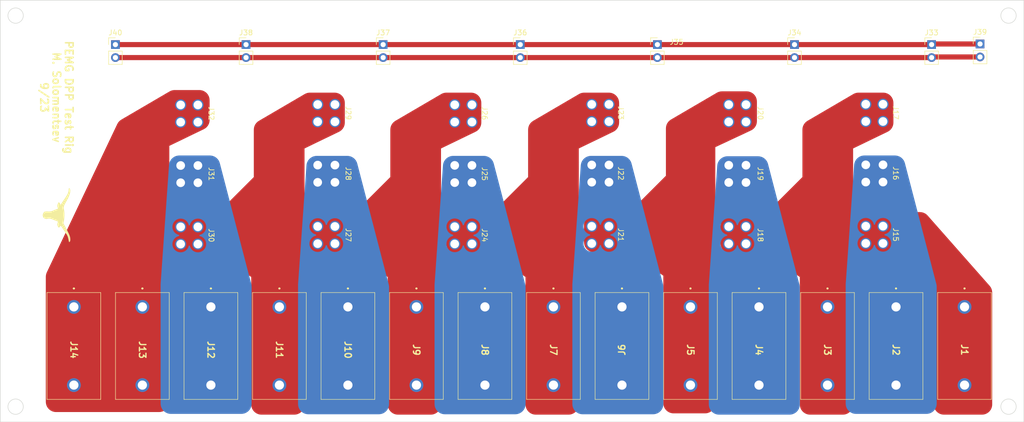
<source format=kicad_pcb>
(kicad_pcb (version 20211014) (generator pcbnew)
  (layers (0 "F.Cu" signal) (31 "B.Cu" signal) (34 "B.Paste" user) (35 "F.Paste" user) (36 "B.SilkS" user "B.Silkscreen") (37 "F.SilkS" user "F.Silkscreen") (38 "B.Mask" user) (39 "F.Mask" user) (44 "Edge.Cuts" user))
  (net 0 "")
  (net 1 "Net-(J1-Pad1)")
  (net 2 "Net-(J16-Pad1)")
  (net 3 "Net-(J17-Pad1)")
  (net 4 "Net-(J19-Pad1)")
  (net 5 "Net-(J20-Pad1)")
  (net 6 "Net-(J22-Pad1)")
  (net 7 "Net-(J23-Pad1)")
  (net 8 "Net-(J25-Pad1)")
  (net 9 "Net-(J26-Pad1)")
  (net 10 "Net-(J10-Pad1)")
  (net 11 "Net-(J11-Pad1)")
  (net 12 "Net-(J12-Pad1)")
  (net 13 "GND")
  (net 14 "/Sec_PWM")
  (net 15 "GND1")
  (footprint "Connector_PinHeader_2.54mm:PinHeader_1x02_P2.54mm_Vertical" (layer "F.Cu") (at 187.68575 58.674)
    (fp_text reference "J34" (at 0 -2.33) (layer "F.SilkS"))
    (fp_text value "Conn_01x02_Female")
    (fp_line (start -1.33 0) (end -1.33 -1.33) (layer "F.SilkS") (width 0.12))
    (fp_line (start 1.33 1.27) (end 1.33 3.87) (layer "F.SilkS") (width 0.12))
    (fp_line (start -1.33 3.87) (end 1.33 3.87) (layer "F.SilkS") (width 0.12))
    (fp_line (start -1.33 -1.33) (end 0 -1.33) (layer "F.SilkS") (width 0.12))
    (fp_line (start -1.33 1.27) (end -1.33 3.87) (layer "F.SilkS") (width 0.12))
    (fp_line (start -1.33 1.27) (end 1.33 1.27) (layer "F.SilkS") (width 0.12))
    (pad "1" thru_hole rect (at 0 0) (size 1.7 1.7) (drill 1) (layers *.Cu *.Mask) (net 14 "/Sec_PWM"))
    (pad "2" thru_hole oval (at 0 2.54) (size 1.7 1.7) (drill 1) (layers *.Cu *.Mask) (net 15 "GND1"))
  )
  (footprint "Connector_PinHeader_2.54mm:PinHeader_1x02_P2.54mm_Vertical" (layer "F.Cu") (at 160.89525 58.674)
    (fp_text reference "J35" (at 3.75 -0.5) (layer "F.SilkS"))
    (fp_text value "Conn_01x02_Female")
    (fp_line (start -1.33 0) (end -1.33 -1.33) (layer "F.SilkS") (width 0.12))
    (fp_line (start -1.33 -1.33) (end 0 -1.33) (layer "F.SilkS") (width 0.12))
    (fp_line (start -1.33 1.27) (end -1.33 3.87) (layer "F.SilkS") (width 0.12))
    (fp_line (start 1.33 1.27) (end 1.33 3.87) (layer "F.SilkS") (width 0.12))
    (fp_line (start -1.33 3.87) (end 1.33 3.87) (layer "F.SilkS") (width 0.12))
    (fp_line (start -1.33 1.27) (end 1.33 1.27) (layer "F.SilkS") (width 0.12))
    (pad "1" thru_hole rect (at 0 0) (size 1.7 1.7) (drill 1) (layers *.Cu *.Mask) (net 14 "/Sec_PWM"))
    (pad "2" thru_hole oval (at 0 2.54) (size 1.7 1.7) (drill 1) (layers *.Cu *.Mask) (net 15 "GND1"))
  )
  (footprint "Connector_PinHeader_2.54mm:PinHeader_1x02_P2.54mm_Vertical" (layer "F.Cu") (at 134.10475 58.674)
    (fp_text reference "J36" (at 0 -2.33) (layer "F.SilkS"))
    (fp_text value "Conn_01x02_Female")
    (fp_line (start -1.33 -1.33) (end 0 -1.33) (layer "F.SilkS") (width 0.12))
    (fp_line (start -1.33 1.27) (end -1.33 3.87) (layer "F.SilkS") (width 0.12))
    (fp_line (start -1.33 1.27) (end 1.33 1.27) (layer "F.SilkS") (width 0.12))
    (fp_line (start -1.33 3.87) (end 1.33 3.87) (layer "F.SilkS") (width 0.12))
    (fp_line (start 1.33 1.27) (end 1.33 3.87) (layer "F.SilkS") (width 0.12))
    (fp_line (start -1.33 0) (end -1.33 -1.33) (layer "F.SilkS") (width 0.12))
    (pad "1" thru_hole rect (at 0 0) (size 1.7 1.7) (drill 1) (layers *.Cu *.Mask) (net 14 "/Sec_PWM"))
    (pad "2" thru_hole oval (at 0 2.54) (size 1.7 1.7) (drill 1) (layers *.Cu *.Mask) (net 15 "GND1"))
  )
  (footprint "Connector_PinHeader_2.54mm:PinHeader_1x02_P2.54mm_Vertical" (layer "F.Cu") (at 55 58.674)
    (fp_text reference "J40" (at 0 -2.33) (layer "F.SilkS"))
    (fp_text value "Conn_01x02_Female")
    (fp_line (start -1.33 1.27) (end 1.33 1.27) (layer "F.SilkS") (width 0.12))
    (fp_line (start -1.33 -1.33) (end 0 -1.33) (layer "F.SilkS") (width 0.12))
    (fp_line (start -1.33 0) (end -1.33 -1.33) (layer "F.SilkS") (width 0.12))
    (fp_line (start -1.33 1.27) (end -1.33 3.87) (layer "F.SilkS") (width 0.12))
    (fp_line (start 1.33 1.27) (end 1.33 3.87) (layer "F.SilkS") (width 0.12))
    (fp_line (start -1.33 3.87) (end 1.33 3.87) (layer "F.SilkS") (width 0.12))
    (pad "1" thru_hole rect (at 0 0) (size 1.7 1.7) (drill 1) (layers *.Cu *.Mask) (net 14 "/Sec_PWM"))
    (pad "2" thru_hole oval (at 0 2.54) (size 1.7 1.7) (drill 1) (layers *.Cu *.Mask) (net 15 "GND1"))
  )
  (footprint "Connector_PinHeader_2.54mm:PinHeader_1x02_P2.54mm_Vertical" (layer "F.Cu") (at 223.94025 58.552)
    (fp_text reference "J39" (at 0 -2.33) (layer "F.SilkS"))
    (fp_text value "Conn_01x02_Female")
    (fp_line (start -1.33 1.27) (end 1.33 1.27) (layer "F.SilkS") (width 0.12))
    (fp_line (start -1.33 -1.33) (end 0 -1.33) (layer "F.SilkS") (width 0.12))
    (fp_line (start -1.33 0) (end -1.33 -1.33) (layer "F.SilkS") (width 0.12))
    (fp_line (start -1.33 1.27) (end -1.33 3.87) (layer "F.SilkS") (width 0.12))
    (fp_line (start 1.33 1.27) (end 1.33 3.87) (layer "F.SilkS") (width 0.12))
    (fp_line (start -1.33 3.87) (end 1.33 3.87) (layer "F.SilkS") (width 0.12))
    (pad "1" thru_hole rect (at 0 0) (size 1.7 1.7) (drill 1) (layers *.Cu *.Mask) (net 14 "/Sec_PWM"))
    (pad "2" thru_hole oval (at 0 2.54) (size 1.7 1.7) (drill 1) (layers *.Cu *.Mask) (net 15 "GND1"))
  )
  (footprint "Mike's Footprints:deltronconnector" (layer "F.Cu") (at 194.134554 109.982 -90)
    (fp_text reference "J3" (at 8.4 0 -90 unlocked) (layer "F.SilkS") (effects (font (size 1.27 1.27) (thickness 0.254))))
    (fp_text value "Conn_01x01_Female" hide)
    (fp_line (start 18.1 -5.25) (end 18.1 5.25) (layer "F.SilkS") (width 0.1))
    (fp_line (start -3.6 -0.1) (end -3.6 -0.1) (layer "F.SilkS") (width 0.2))
    (fp_line (start -2.8 5.25) (end -2.8 -5.25) (layer "F.SilkS") (width 0.1))
    (fp_line (start 18.1 5.25) (end -2.8 5.25) (layer "F.SilkS") (width 0.1))
    (fp_line (start -2.8 -5.25) (end 18.1 -5.25) (layer "F.SilkS") (width 0.1))
    (fp_line (start -3.6 0.1) (end -3.6 0.1) (layer "F.SilkS") (width 0.2))
    (fp_arc (start -3.6 0.1) (mid -3.7 0) (end -3.6 -0.1) (layer "F.SilkS") (width 0.2))
    (fp_arc (start -3.6 -0.1) (mid -3.5 0) (end -3.6 0.1) (layer "F.SilkS") (width 0.2))
    (pad "1" thru_hole circle (at 0 0 270) (size 2.7 2.7) (drill 1.8) (layers *.Cu *.Mask) (net 3 "Net-(J17-Pad1)"))
    (pad "1" thru_hole circle (at 15.3 0 270) (size 2.7 2.7) (drill 1.8) (layers *.Cu *.Mask) (net 3 "Net-(J17-Pad1)"))
  )
  (footprint "Mike's Footprints:VerticalBananaPlug" (layer "F.Cu") (at 96.2066 95.932 -90)
    (fp_text reference "J27" (at -0.025 -4.3 -90 unlocked) (layer "F.SilkS"))
    (fp_text value "Conn_01x01_Female")
    (pad "1" thru_hole circle (at -1.685 1.685 270) (size 2.2 2.2) (drill 1.7) (layers *.Cu *.Mask) (net 9 "Net-(J26-Pad1)"))
    (pad "1" thru_hole circle (at 1.685 1.685 270) (size 2.2 2.2) (drill 1.7) (layers *.Cu *.Mask) (net 9 "Net-(J26-Pad1)"))
    (pad "1" thru_hole circle (at -1.685 -1.685 270) (size 2.2 2.2) (drill 1.7) (layers *.Cu *.Mask) (net 9 "Net-(J26-Pad1)"))
    (pad "1" thru_hole circle (at 1.685 -1.685 270) (size 2.2 2.2) (drill 1.7) (layers *.Cu *.Mask) (net 9 "Net-(J26-Pad1)"))
  )
  (footprint "Mike's Footprints:VerticalBananaPlug" (layer "F.Cu") (at 69.435 72.163 -90)
    (fp_text reference "J32" (at -0.025 -4.3 -90 unlocked) (layer "F.SilkS"))
    (fp_text value "Conn_01x01_Female")
    (pad "1" thru_hole circle (at 1.685 -1.685 270) (size 2.2 2.2) (drill 1.7) (layers *.Cu *.Mask) (net 13 "GND"))
    (pad "1" thru_hole circle (at -1.685 1.685 270) (size 2.2 2.2) (drill 1.7) (layers *.Cu *.Mask) (net 13 "GND"))
    (pad "1" thru_hole circle (at -1.685 -1.685 270) (size 2.2 2.2) (drill 1.7) (layers *.Cu *.Mask) (net 13 "GND"))
    (pad "1" thru_hole circle (at 1.685 1.685 270) (size 2.2 2.2) (drill 1.7) (layers *.Cu *.Mask) (net 13 "GND"))
  )
  (footprint "Mike's Footprints:VerticalBananaPlug" (layer "F.Cu") (at 203.293 72.028 -90)
    (fp_text reference "J17" (at -0.025 -4.175 -90 unlocked) (layer "F.SilkS"))
    (fp_text value "Conn_01x01_Female")
    (pad "1" thru_hole circle (at 1.685 1.685 270) (size 2.2 2.2) (drill 1.7) (layers *.Cu *.Mask) (net 3 "Net-(J17-Pad1)"))
    (pad "1" thru_hole circle (at 1.685 -1.685 270) (size 2.2 2.2) (drill 1.7) (layers *.Cu *.Mask) (net 3 "Net-(J17-Pad1)"))
    (pad "1" thru_hole circle (at -1.685 1.685 270) (size 2.2 2.2) (drill 1.7) (layers *.Cu *.Mask) (net 3 "Net-(J17-Pad1)"))
    (pad "1" thru_hole circle (at -1.685 -1.685 270) (size 2.2 2.2) (drill 1.7) (layers *.Cu *.Mask) (net 3 "Net-(J17-Pad1)"))
  )
  (footprint "Mike's Footprints:deltronconnector" (layer "F.Cu") (at 140.588402 109.982 -90)
    (fp_text reference "J7" (at 8.4 0 -90 unlocked) (layer "F.SilkS") (effects (font (size 1.27 1.27) (thickness 0.254))))
    (fp_text value "Conn_01x01_Female" hide)
    (fp_line (start -2.8 5.25) (end -2.8 -5.25) (layer "F.SilkS") (width 0.1))
    (fp_line (start 18.1 -5.25) (end 18.1 5.25) (layer "F.SilkS") (width 0.1))
    (fp_line (start -2.8 -5.25) (end 18.1 -5.25) (layer "F.SilkS") (width 0.1))
    (fp_line (start -3.6 0.1) (end -3.6 0.1) (layer "F.SilkS") (width 0.2))
    (fp_line (start -3.6 -0.1) (end -3.6 -0.1) (layer "F.SilkS") (width 0.2))
    (fp_line (start 18.1 5.25) (end -2.8 5.25) (layer "F.SilkS") (width 0.1))
    (fp_arc (start -3.6 0.1) (mid -3.7 0) (end -3.6 -0.1) (layer "F.SilkS") (width 0.2))
    (fp_arc (start -3.6 -0.1) (mid -3.5 0) (end -3.6 0.1) (layer "F.SilkS") (width 0.2))
    (pad "1" thru_hole circle (at 15.3 0 270) (size 2.7 2.7) (drill 1.8) (layers *.Cu *.Mask) (net 7 "Net-(J23-Pad1)"))
    (pad "1" thru_hole circle (at 0 0 270) (size 2.7 2.7) (drill 1.8) (layers *.Cu *.Mask) (net 7 "Net-(J23-Pad1)"))
  )
  (footprint "Mike's Footprints:deltronconnector" (layer "F.Cu") (at 220.90763 109.982 -90)
    (fp_text reference "J1" (at 8.4 0 -90 unlocked) (layer "F.SilkS") (effects (font (size 1.27 1.27) (thickness 0.254))))
    (fp_text value "Conn_01x01_Female" hide)
    (fp_line (start -3.6 0.1) (end -3.6 0.1) (layer "F.SilkS") (width 0.2))
    (fp_line (start -2.8 -5.25) (end 18.1 -5.25) (layer "F.SilkS") (width 0.1))
    (fp_line (start 18.1 5.25) (end -2.8 5.25) (layer "F.SilkS") (width 0.1))
    (fp_line (start 18.1 -5.25) (end 18.1 5.25) (layer "F.SilkS") (width 0.1))
    (fp_line (start -2.8 5.25) (end -2.8 -5.25) (layer "F.SilkS") (width 0.1))
    (fp_line (start -3.6 -0.1) (end -3.6 -0.1) (layer "F.SilkS") (width 0.2))
    (fp_arc (start -3.6 -0.1) (mid -3.5 0) (end -3.6 0.1) (layer "F.SilkS") (width 0.2))
    (fp_arc (start -3.6 0.1) (mid -3.7 0) (end -3.6 -0.1) (layer "F.SilkS") (width 0.2))
    (pad "1" thru_hole circle (at 0 0 270) (size 2.7 2.7) (drill 1.8) (layers *.Cu *.Mask) (net 1 "Net-(J1-Pad1)"))
    (pad "1" thru_hole circle (at 15.3 0 270) (size 2.7 2.7) (drill 1.8) (layers *.Cu *.Mask) (net 1 "Net-(J1-Pad1)"))
  )
  (footprint "Mike's Footprints:deltronconnector" (layer "F.Cu") (at 73.655712 109.982 -90)
    (fp_text reference "J12" (at 8.4 0 -90 unlocked) (layer "F.SilkS") (effects (font (size 1.27 1.27) (thickness 0.254))))
    (fp_text value "Conn_01x01_Female" hide)
    (fp_line (start -2.8 5.25) (end -2.8 -5.25) (layer "F.SilkS") (width 0.1))
    (fp_line (start -2.8 -5.25) (end 18.1 -5.25) (layer "F.SilkS") (width 0.1))
    (fp_line (start 18.1 5.25) (end -2.8 5.25) (layer "F.SilkS") (width 0.1))
    (fp_line (start -3.6 -0.1) (end -3.6 -0.1) (layer "F.SilkS") (width 0.2))
    (fp_line (start -3.6 0.1) (end -3.6 0.1) (layer "F.SilkS") (width 0.2))
    (fp_line (start 18.1 -5.25) (end 18.1 5.25) (layer "F.SilkS") (width 0.1))
    (fp_arc (start -3.6 0.1) (mid -3.7 0) (end -3.6 -0.1) (layer "F.SilkS") (width 0.2))
    (fp_arc (start -3.6 -0.1) (mid -3.5 0) (end -3.6 0.1) (layer "F.SilkS") (width 0.2))
    (pad "1" thru_hole circle (at 0 0 270) (size 2.7 2.7) (drill 1.8) (layers *.Cu *.Mask) (net 12 "Net-(J12-Pad1)"))
    (pad "1" thru_hole circle (at 15.3 0 270) (size 2.7 2.7) (drill 1.8) (layers *.Cu *.Mask) (net 12 "Net-(J12-Pad1)"))
  )
  (footprint "Mike's Footprints:VerticalBananaPlug" (layer "F.Cu") (at 122.9782 83.986 -90)
    (fp_text reference "J25" (at -0.025 -4.15 -90 unlocked) (layer "F.SilkS"))
    (fp_text value "Conn_01x01_Female")
    (pad "1" thru_hole circle (at 1.685 1.685 270) (size 2.2 2.2) (drill 1.7) (layers *.Cu *.Mask) (net 8 "Net-(J25-Pad1)"))
    (pad "1" thru_hole circle (at -1.685 1.685 270) (size 2.2 2.2) (drill 1.7) (layers *.Cu *.Mask) (net 8 "Net-(J25-Pad1)"))
    (pad "1" thru_hole circle (at 1.685 -1.685 270) (size 2.2 2.2) (drill 1.7) (layers *.Cu *.Mask) (net 8 "Net-(J25-Pad1)"))
    (pad "1" thru_hole circle (at -1.685 -1.685 270) (size 2.2 2.2) (drill 1.7) (layers *.Cu *.Mask) (net 8 "Net-(J25-Pad1)"))
  )
  (footprint "Mike's Footprints:VerticalBananaPlug" (layer "F.Cu") (at 149.7498 72.055 -90)
    (fp_text reference "J23" (at -0.025 -4 -90 unlocked) (layer "F.SilkS"))
    (fp_text value "Conn_01x01_Female")
    (pad "1" thru_hole circle (at -1.685 -1.685 270) (size 2.2 2.2) (drill 1.7) (layers *.Cu *.Mask) (net 7 "Net-(J23-Pad1)"))
    (pad "1" thru_hole circle (at -1.685 1.685 270) (size 2.2 2.2) (drill 1.7) (layers *.Cu *.Mask) (net 7 "Net-(J23-Pad1)"))
    (pad "1" thru_hole circle (at 1.685 1.685 270) (size 2.2 2.2) (drill 1.7) (layers *.Cu *.Mask) (net 7 "Net-(J23-Pad1)"))
    (pad "1" thru_hole circle (at 1.685 -1.685 270) (size 2.2 2.2) (drill 1.7) (layers *.Cu *.Mask) (net 7 "Net-(J23-Pad1)"))
  )
  (footprint "logo:texasLonghorn_small2" (layer "F.Cu") (at 43.5 92 -90)
    (fp_text reference "G***" hide)
    (fp_text value "LOGO" hide)
    (fp_poly (pts (xy -4.36969 -2.655063) (xy -3.865682 -2.505659) (xy -3.283711 -2.25118) (xy -2.682726 -1.922413) (xy -2.216979 -1.658) (xy -1.854452 -1.486536) (xy -1.563476 -1.398607) (xy -1.312379 -1.3848) (xy -1.069492 -1.435701) (xy -1.05796 -1.439457) (xy -0.762171 -1.498614) (xy -0.353803 -1.530077) (xy 0.112692 -1.533984) (xy 0.582861 -1.510478) (xy 1.002253 -1.459697) (xy 1.134647 -1.433802) (xy 1.614217 -1.326479) (xy 2.225275 -1.651901) (xy 2.820946 -1.966594) (xy 3.292045 -2.208388) (xy 3.661631 -2.387322) (xy 3.952762 -2.513437) (xy 4.188496 -2.596776) (xy 4.391891 -2.647379) (xy 4.572 -2.673837) (xy 4.899267 -2.689754) (xy 5.113863 -2.648579) (xy 5.207 -2.595352) (xy 5.29266 -2.525021) (xy 5.31189 -2.474093) (xy 5.241395 -2.43085) (xy 5.057876 -2.383573) (xy 4.738036 -2.320545) (xy 4.614333 -2.297248) (xy 4.23459 -2.192991) (xy 3.861778 -2.012429) (xy 3.534018 -1.799385) (xy 3.194555 -1.565038) (xy 2.841837 -1.328418) (xy 2.549007 -1.138551) (xy 2.5346 -1.129505) (xy 2.306973 -0.97762) (xy 2.151743 -0.856222) (xy 2.106748 -0.801305) (xy 2.172516 -0.721085) (xy 2.292333 -0.645467) (xy 2.455101 -0.527025) (xy 2.45678 -0.410363) (xy 2.294859 -0.282093) (xy 2.216339 -0.240511) (xy 1.90485 -0.14569) (xy 1.708339 -0.16746) (xy 1.495254 -0.229138) (xy 1.361804 -0.265616) (xy 1.253184 -0.215294) (xy 1.181521 -0.042333) (xy 1.11342 0.173105) (xy 0.999805 0.467477) (xy 0.899217 0.700914) (xy 0.735849 1.140472) (xy 0.689069 1.499627) (xy 0.754055 1.81601) (xy 0.755742 1.820333) (xy 0.775094 2.070307) (xy 0.683529 2.342883) (xy 0.508236 2.562681) (xy 0.480417 2.583657) (xy 0.18189 2.697715) (xy -0.150197 2.67852) (xy -0.451289 2.53083) (xy -0.472299 2.513438) (xy -0.579058 2.414107) (xy -0.645991 2.312739) (xy -0.68004 2.171426) (xy -0.688146 1.952261) (xy -0.677249 1.617338) (xy -0.668976 1.439333) (xy -0.708136 1.039524) (xy -0.865325 0.635) (xy -0.998943 0.343633) (xy -1.103077 0.067547) (xy -1.136786 -0.052073) (xy -1.181423 -0.219438) (xy -1.252368 -0.27521) (xy -1.404845 -0.242648) (xy -1.507051 -0.208032) (xy -1.759121 -0.145332) (xy -1.972002 -0.170071) (xy -2.10584 -0.219459) (xy -2.300952 -0.29763) (xy -2.415642 -0.337398) (xy -2.42334 -0.338667) (xy -2.451525 -0.408078) (xy -2.455333 -0.470071) (xy -2.383337 -0.586263) (xy -2.209074 -0.687223) (xy -2.199085 -0.690804) (xy -1.942836 -0.780133) (xy -2.365341 -1.046233) (xy -2.637847 -1.222301) (xy -2.984705 -1.452541) (xy -3.341497 -1.69408) (xy -3.427869 -1.753391) (xy -3.914524 -2.06075) (xy -4.329448 -2.255173) (xy -4.711339 -2.352096) (xy -4.974167 -2.370195) (xy -5.183606 -2.400761) (xy -5.241623 -2.479737) (xy -5.140409 -2.589491) (xy -5.085566 -2.621688) (xy -4.781173 -2.695152) (xy -4.36969 -2.655063)) (layer "F.SilkS") (width 0.01) (fill solid))
  )
  (footprint "Mike's Footprints:VerticalBananaPlug" (layer "F.Cu") (at 122.9782 72.136 -90)
    (fp_text reference "J26" (at -0.025 -4.15 -90 unlocked) (layer "F.SilkS"))
    (fp_text value "Conn_01x01_Female")
    (pad "1" thru_hole circle (at -1.685 1.685 270) (size 2.2 2.2) (drill 1.7) (layers *.Cu *.Mask) (net 9 "Net-(J26-Pad1)"))
    (pad "1" thru_hole circle (at 1.685 1.685 270) (size 2.2 2.2) (drill 1.7) (layers *.Cu *.Mask) (net 9 "Net-(J26-Pad1)"))
    (pad "1" thru_hole circle (at 1.685 -1.685 270) (size 2.2 2.2) (drill 1.7) (layers *.Cu *.Mask) (net 9 "Net-(J26-Pad1)"))
    (pad "1" thru_hole circle (at -1.685 -1.685 270) (size 2.2 2.2) (drill 1.7) (layers *.Cu *.Mask) (net 9 "Net-(J26-Pad1)"))
  )
  (footprint "Mike's Footprints:deltronconnector" (layer "F.Cu") (at 167.361478 109.982 -90)
    (fp_text reference "J5" (at 8.4 0 -90 unlocked) (layer "F.SilkS") (effects (font (size 1.27 1.27) (thickness 0.254))))
    (fp_text value "Conn_01x01_Female" hide)
    (fp_line (start -3.6 0.1) (end -3.6 0.1) (layer "F.SilkS") (width 0.2))
    (fp_line (start -2.8 -5.25) (end 18.1 -5.25) (layer "F.SilkS") (width 0.1))
    (fp_line (start 18.1 -5.25) (end 18.1 5.25) (layer "F.SilkS") (width 0.1))
    (fp_line (start 18.1 5.25) (end -2.8 5.25) (layer "F.SilkS") (width 0.1))
    (fp_line (start -2.8 5.25) (end -2.8 -5.25) (layer "F.SilkS") (width 0.1))
    (fp_line (start -3.6 -0.1) (end -3.6 -0.1) (layer "F.SilkS") (width 0.2))
    (fp_arc (start -3.6 -0.1) (mid -3.5 0) (end -3.6 0.1) (layer "F.SilkS") (width 0.2))
    (fp_arc (start -3.6 0.1) (mid -3.7 0) (end -3.6 -0.1) (layer "F.SilkS") (width 0.2))
    (pad "1" thru_hole circle (at 0 0 270) (size 2.7 2.7) (drill 1.8) (layers *.Cu *.Mask) (net 5 "Net-(J20-Pad1)"))
    (pad "1" thru_hole circle (at 15.3 0 270) (size 2.7 2.7) (drill 1.8) (layers *.Cu *.Mask) (net 5 "Net-(J20-Pad1)"))
  )
  (footprint "Mike's Footprints:VerticalBananaPlug" (layer "F.Cu") (at 149.7498 83.905 -90)
    (fp_text reference "J22" (at -0.025 -4 -90 unlocked) (layer "F.SilkS"))
    (fp_text value "Conn_01x01_Female")
    (pad "1" thru_hole circle (at -1.685 -1.685 270) (size 2.2 2.2) (drill 1.7) (layers *.Cu *.Mask) (net 6 "Net-(J22-Pad1)"))
    (pad "1" thru_hole circle (at 1.685 1.685 270) (size 2.2 2.2) (drill 1.7) (layers *.Cu *.Mask) (net 6 "Net-(J22-Pad1)"))
    (pad "1" thru_hole circle (at 1.685 -1.685 270) (size 2.2 2.2) (drill 1.7) (layers *.Cu *.Mask) (net 6 "Net-(J22-Pad1)"))
    (pad "1" thru_hole circle (at -1.685 1.685 270) (size 2.2 2.2) (drill 1.7) (layers *.Cu *.Mask) (net 6 "Net-(J22-Pad1)"))
  )
  (footprint "Mike's Footprints:VerticalBananaPlug" (layer "F.Cu") (at 96.2066 72.082 -90)
    (fp_text reference "J29" (at -0.025 -4.3 -90 unlocked) (layer "F.SilkS"))
    (fp_text value "Conn_01x01_Female")
    (pad "1" thru_hole circle (at -1.685 -1.685 270) (size 2.2 2.2) (drill 1.7) (layers *.Cu *.Mask) (net 11 "Net-(J11-Pad1)"))
    (pad "1" thru_hole circle (at -1.685 1.685 270) (size 2.2 2.2) (drill 1.7) (layers *.Cu *.Mask) (net 11 "Net-(J11-Pad1)"))
    (pad "1" thru_hole circle (at 1.685 1.685 270) (size 2.2 2.2) (drill 1.7) (layers *.Cu *.Mask) (net 11 "Net-(J11-Pad1)"))
    (pad "1" thru_hole circle (at 1.685 -1.685 270) (size 2.2 2.2) (drill 1.7) (layers *.Cu *.Mask) (net 11 "Net-(J11-Pad1)"))
  )
  (footprint "Connector_PinHeader_2.54mm:PinHeader_1x02_P2.54mm_Vertical" (layer "F.Cu") (at 107.31425 58.674)
    (fp_text reference "J37" (at 0 -2.33) (layer "F.SilkS"))
    (fp_text value "Conn_01x02_Female")
    (fp_line (start -1.33 0) (end -1.33 -1.33) (layer "F.SilkS") (width 0.12))
    (fp_line (start 1.33 1.27) (end 1.33 3.87) (layer "F.SilkS") (width 0.12))
    (fp_line (start -1.33 1.27) (end 1.33 1.27) (layer "F.SilkS") (width 0.12))
    (fp_line (start -1.33 -1.33) (end 0 -1.33) (layer "F.SilkS") (width 0.12))
    (fp_line (start -1.33 1.27) (end -1.33 3.87) (layer "F.SilkS") (width 0.12))
    (fp_line (start -1.33 3.87) (end 1.33 3.87) (layer "F.SilkS") (width 0.12))
    (pad "1" thru_hole rect (at 0 0) (size 1.7 1.7) (drill 1) (layers *.Cu *.Mask) (net 14 "/Sec_PWM"))
    (pad "2" thru_hole oval (at 0 2.54) (size 1.7 1.7) (drill 1) (layers *.Cu *.Mask) (net 15 "GND1"))
  )
  (footprint "Mike's Footprints:VerticalBananaPlug" (layer "F.Cu") (at 122.9782 95.986 -90)
    (fp_text reference "J24" (at -0.025 -4.15 -90 unlocked) (layer "F.SilkS"))
    (fp_text value "Conn_01x01_Female")
    (pad "1" thru_hole circle (at -1.685 -1.685 270) (size 2.2 2.2) (drill 1.7) (layers *.Cu *.Mask) (net 7 "Net-(J23-Pad1)"))
    (pad "1" thru_hole circle (at 1.685 -1.685 270) (size 2.2 2.2) (drill 1.7) (layers *.Cu *.Mask) (net 7 "Net-(J23-Pad1)"))
    (pad "1" thru_hole circle (at 1.685 1.685 270) (size 2.2 2.2) (drill 1.7) (layers *.Cu *.Mask) (net 7 "Net-(J23-Pad1)"))
    (pad "1" thru_hole circle (at -1.685 1.685 270) (size 2.2 2.2) (drill 1.7) (layers *.Cu *.Mask) (net 7 "Net-(J23-Pad1)"))
  )
  (footprint "Mike's Footprints:VerticalBananaPlug" (layer "F.Cu") (at 176.5214 95.959 -90)
    (fp_text reference "J18" (at -0.025 -4.5 -90 unlocked) (layer "F.SilkS"))
    (fp_text value "Conn_01x01_Female")
    (pad "1" thru_hole circle (at 1.685 1.685 270) (size 2.2 2.2) (drill 1.7) (layers *.Cu *.Mask) (net 3 "Net-(J17-Pad1)"))
    (pad "1" thru_hole circle (at 1.685 -1.685 270) (size 2.2 2.2) (drill 1.7) (layers *.Cu *.Mask) (net 3 "Net-(J17-Pad1)"))
    (pad "1" thru_hole circle (at -1.685 -1.685 270) (size 2.2 2.2) (drill 1.7) (layers *.Cu *.Mask) (net 3 "Net-(J17-Pad1)"))
    (pad "1" thru_hole circle (at -1.685 1.685 270) (size 2.2 2.2) (drill 1.7) (layers *.Cu *.Mask) (net 3 "Net-(J17-Pad1)"))
  )
  (footprint "Mike's Footprints:VerticalBananaPlug" (layer "F.Cu") (at 176.5214 83.959 -90)
    (fp_text reference "J19" (at -0.025 -4.5 -90 unlocked) (layer "F.SilkS"))
    (fp_text value "Conn_01x01_Female")
    (pad "1" thru_hole circle (at 1.685 -1.685 270) (size 2.2 2.2) (drill 1.7) (layers *.Cu *.Mask) (net 4 "Net-(J19-Pad1)"))
    (pad "1" thru_hole circle (at 1.685 1.685 270) (size 2.2 2.2) (drill 1.7) (layers *.Cu *.Mask) (net 4 "Net-(J19-Pad1)"))
    (pad "1" thru_hole circle (at -1.685 -1.685 270) (size 2.2 2.2) (drill 1.7) (layers *.Cu *.Mask) (net 4 "Net-(J19-Pad1)"))
    (pad "1" thru_hole circle (at -1.685 1.685 270) (size 2.2 2.2) (drill 1.7) (layers *.Cu *.Mask) (net 4 "Net-(J19-Pad1)"))
  )
  (footprint "Mike's Footprints:deltronconnector" (layer "F.Cu") (at 100.428788 109.982 -90)
    (fp_text reference "J10" (at 8.4 0 -90 unlocked) (layer "F.SilkS") (effects (font (size 1.27 1.27) (thickness 0.254))))
    (fp_text value "Conn_01x01_Female" hide)
    (fp_line (start 18.1 5.25) (end -2.8 5.25) (layer "F.SilkS") (width 0.1))
    (fp_line (start -3.6 -0.1) (end -3.6 -0.1) (layer "F.SilkS") (width 0.2))
    (fp_line (start 18.1 -5.25) (end 18.1 5.25) (layer "F.SilkS") (width 0.1))
    (fp_line (start -2.8 5.25) (end -2.8 -5.25) (layer "F.SilkS") (width 0.1))
    (fp_line (start -2.8 -5.25) (end 18.1 -5.25) (layer "F.SilkS") (width 0.1))
    (fp_line (start -3.6 0.1) (end -3.6 0.1) (layer "F.SilkS") (width 0.2))
    (fp_arc (start -3.6 -0.1) (mid -3.5 0) (end -3.6 0.1) (layer "F.SilkS") (width 0.2))
    (fp_arc (start -3.6 0.1) (mid -3.7 0) (end -3.6 -0.1) (layer "F.SilkS") (width 0.2))
    (pad "1" thru_hole circle (at 15.3 0 270) (size 2.7 2.7) (drill 1.8) (layers *.Cu *.Mask) (net 10 "Net-(J10-Pad1)"))
    (pad "1" thru_hole circle (at 0 0 270) (size 2.7 2.7) (drill 1.8) (layers *.Cu *.Mask) (net 10 "Net-(J10-Pad1)"))
  )
  (footprint "Mike's Footprints:deltronconnector" (layer "F.Cu") (at 180.748016 109.982 -90)
    (fp_text reference "J4" (at 8.4 0 -90 unlocked) (layer "F.SilkS") (effects (font (size 1.27 1.27) (thickness 0.254))))
    (fp_text value "Conn_01x01_Female" hide)
    (fp_line (start 18.1 -5.25) (end 18.1 5.25) (layer "F.SilkS") (width 0.1))
    (fp_line (start -2.8 -5.25) (end 18.1 -5.25) (layer "F.SilkS") (width 0.1))
    (fp_line (start -3.6 -0.1) (end -3.6 -0.1) (layer "F.SilkS") (width 0.2))
    (fp_line (start -2.8 5.25) (end -2.8 -5.25) (layer "F.SilkS") (width 0.1))
    (fp_line (start 18.1 5.25) (end -2.8 5.25) (layer "F.SilkS") (width 0.1))
    (fp_line (start -3.6 0.1) (end -3.6 0.1) (layer "F.SilkS") (width 0.2))
    (fp_arc (start -3.6 0.1) (mid -3.7 0) (end -3.6 -0.1) (layer "F.SilkS") (width 0.2))
    (fp_arc (start -3.6 -0.1) (mid -3.5 0) (end -3.6 0.1) (layer "F.SilkS") (width 0.2))
    (pad "1" thru_hole circle (at 0 0 270) (size 2.7 2.7) (drill 1.8) (layers *.Cu *.Mask) (net 4 "Net-(J19-Pad1)"))
    (pad "1" thru_hole circle (at 15.3 0 270) (size 2.7 2.7) (drill 1.8) (layers *.Cu *.Mask) (net 4 "Net-(J19-Pad1)"))
  )
  (footprint "Mike's Footprints:VerticalBananaPlug" (layer "F.Cu") (at 176.5214 72.109 -90)
    (fp_text reference "J20" (at -0.025 -4.5 -90 unlocked) (layer "F.SilkS"))
    (fp_text value "Conn_01x01_Female")
    (pad "1" thru_hole circle (at -1.685 -1.685 270) (size 2.2 2.2) (drill 1.7) (layers *.Cu *.Mask) (net 5 "Net-(J20-Pad1)"))
    (pad "1" thru_hole circle (at 1.685 1.685 270) (size 2.2 2.2) (drill 1.7) (layers *.Cu *.Mask) (net 5 "Net-(J20-Pad1)"))
    (pad "1" thru_hole circle (at 1.685 -1.685 270) (size 2.2 2.2) (drill 1.7) (layers *.Cu *.Mask) (net 5 "Net-(J20-Pad1)"))
    (pad "1" thru_hole circle (at -1.685 1.685 270) (size 2.2 2.2) (drill 1.7) (layers *.Cu *.Mask) (net 5 "Net-(J20-Pad1)"))
  )
  (footprint "Mike's Footprints:VerticalBananaPlug" (layer "F.Cu") (at 69.435 96.013 -90)
    (fp_text reference "J30" (at -0.025 -4.3 -90 unlocked) (layer "F.SilkS"))
    (fp_text value "Conn_01x01_Female")
    (pad "1" thru_hole circle (at 1.685 -1.685 270) (size 2.2 2.2) (drill 1.7) (layers *.Cu *.Mask) (net 11 "Net-(J11-Pad1)"))
    (pad "1" thru_hole circle (at 1.685 1.685 270) (size 2.2 2.2) (drill 1.7) (layers *.Cu *.Mask) (net 11 "Net-(J11-Pad1)"))
    (pad "1" thru_hole circle (at -1.685 1.685 270) (size 2.2 2.2) (drill 1.7) (layers *.Cu *.Mask) (net 11 "Net-(J11-Pad1)"))
    (pad "1" thru_hole circle (at -1.685 -1.685 270) (size 2.2 2.2) (drill 1.7) (layers *.Cu *.Mask) (net 11 "Net-(J11-Pad1)"))
  )
  (footprint "Mike's Footprints:deltronconnector" (layer "F.Cu") (at 207.521092 109.982 -90)
    (fp_text reference "J2" (at 8.4 0 -90 unlocked) (layer "F.SilkS") (effects (font (size 1.27 1.27) (thickness 0.254))))
    (fp_text value "Conn_01x01_Female" hide)
    (fp_line (start -3.6 0.1) (end -3.6 0.1) (layer "F.SilkS") (width 0.2))
    (fp_line (start 18.1 5.25) (end -2.8 5.25) (layer "F.SilkS") (width 0.1))
    (fp_line (start -2.8 5.25) (end -2.8 -5.25) (layer "F.SilkS") (width 0.1))
    (fp_line (start -3.6 -0.1) (end -3.6 -0.1) (layer "F.SilkS") (width 0.2))
    (fp_line (start -2.8 -5.25) (end 18.1 -5.25) (layer "F.SilkS") (width 0.1))
    (fp_line (start 18.1 -5.25) (end 18.1 5.25) (layer "F.SilkS") (width 0.1))
    (fp_arc (start -3.6 0.1) (mid -3.7 0) (end -3.6 -0.1) (layer "F.SilkS") (width 0.2))
    (fp_arc (start -3.6 -0.1) (mid -3.5 0) (end -3.6 0.1) (layer "F.SilkS") (width 0.2))
    (pad "1" thru_hole circle (at 15.3 0 270) (size 2.7 2.7) (drill 1.8) (layers *.Cu *.Mask) (net 2 "Net-(J16-Pad1)"))
    (pad "1" thru_hole circle (at 0 0 270) (size 2.7 2.7) (drill 1.8) (layers *.Cu *.Mask) (net 2 "Net-(J16-Pad1)"))
  )
  (footprint "Mike's Footprints:deltronconnector" (layer "F.Cu") (at 153.97494 109.982 -90)
    (fp_text reference "J6" (at 8.4 0 90) (layer "F.SilkS") (effects (font (size 1.27 1.27) (thickness 0.254))))
    (fp_text value "Conn_01x01_Female" hide)
    (fp_line (start -2.8 -5.25) (end 18.1 -5.25) (layer "F.SilkS") (width 0.1))
    (fp_line (start -3.6 0.1) (end -3.6 0.1) (layer "F.SilkS") (width 0.2))
    (fp_line (start 18.1 5.25) (end -2.8 5.25) (layer "F.SilkS") (width 0.1))
    (fp_line (start -3.6 -0.1) (end -3.6 -0.1) (layer "F.SilkS") (width 0.2))
    (fp_line (start -2.8 5.25) (end -2.8 -5.25) (layer "F.SilkS") (width 0.1))
    (fp_line (start 18.1 -5.25) (end 18.1 5.25) (layer "F.SilkS") (width 0.1))
    (fp_arc (start -3.6 0.1) (mid -3.7 0) (end -3.6 -0.1) (layer "F.SilkS") (width 0.2))
    (fp_arc (start -3.6 -0.1) (mid -3.5 0) (end -3.6 0.1) (layer "F.SilkS") (width 0.2))
    (pad "1" thru_hole circle (at 15.3 0 270) (size 2.7 2.7) (drill 1.8) (layers *.Cu *.Mask) (net 6 "Net-(J22-Pad1)"))
    (pad "1" thru_hole circle (at 0 0 270) (size 2.7 2.7) (drill 1.8) (layers *.Cu *.Mask) (net 6 "Net-(J22-Pad1)"))
  )
  (footprint "Mike's Footprints:deltronconnector" (layer "F.Cu") (at 127.201864 109.982 -90)
    (fp_text reference "J8" (at 8.4 0 -90 unlocked) (layer "F.SilkS") (effects (font (size 1.27 1.27) (thickness 0.254))))
    (fp_text value "Conn_01x01_Female" hide)
    (fp_line (start -2.8 5.25) (end -2.8 -5.25) (layer "F.SilkS") (width 0.1))
    (fp_line (start 18.1 -5.25) (end 18.1 5.25) (layer "F.SilkS") (width 0.1))
    (fp_line (start -3.6 -0.1) (end -3.6 -0.1) (layer "F.SilkS") (width 0.2))
    (fp_line (start -2.8 -5.25) (end 18.1 -5.25) (layer "F.SilkS") (width 0.1))
    (fp_line (start 18.1 5.25) (end -2.8 5.25) (layer "F.SilkS") (width 0.1))
    (fp_line (start -3.6 0.1) (end -3.6 0.1) (layer "F.SilkS") (width 0.2))
    (fp_arc (start -3.6 -0.1) (mid -3.5 0) (end -3.6 0.1) (layer "F.SilkS") (width 0.2))
    (fp_arc (start -3.6 0.1) (mid -3.7 0) (end -3.6 -0.1) (layer "F.SilkS") (width 0.2))
    (pad "1" thru_hole circle (at 0 0 270) (size 2.7 2.7) (drill 1.8) (layers *.Cu *.Mask) (net 8 "Net-(J25-Pad1)"))
    (pad "1" thru_hole circle (at 15.3 0 270) (size 2.7 2.7) (drill 1.8) (layers *.Cu *.Mask) (net 8 "Net-(J25-Pad1)"))
  )
  (footprint "Mike's Footprints:VerticalBananaPlug" (layer "F.Cu") (at 96.2066 83.932 -90)
    (fp_text reference "J28" (at -0.025 -4.3 -90 unlocked) (layer "F.SilkS"))
    (fp_text value "Conn_01x01_Female")
    (pad "1" thru_hole circle (at -1.685 1.685 270) (size 2.2 2.2) (drill 1.7) (layers *.Cu *.Mask) (net 10 "Net-(J10-Pad1)"))
    (pad "1" thru_hole circle (at -1.685 -1.685 270) (size 2.2 2.2) (drill 1.7) (layers *.Cu *.Mask) (net 10 "Net-(J10-Pad1)"))
    (pad "1" thru_hole circle (at 1.685 1.685 270) (size 2.2 2.2) (drill 1.7) (layers *.Cu *.Mask) (net 10 "Net-(J10-Pad1)"))
    (pad "1" thru_hole circle (at 1.685 -1.685 270) (size 2.2 2.2) (drill 1.7) (layers *.Cu *.Mask) (net 10 "Net-(J10-Pad1)"))
  )
  (footprint "Connector_PinHeader_2.54mm:PinHeader_1x02_P2.54mm_Vertical" (layer "F.Cu") (at 80.52375 58.674)
    (fp_text reference "J38" (at 0 -2.33) (layer "F.SilkS"))
    (fp_text value "Conn_01x02_Female")
    (fp_line (start -1.33 -1.33) (end 0 -1.33) (layer "F.SilkS") (width 0.12))
    (fp_line (start -1.33 1.27) (end 1.33 1.27) (layer "F.SilkS") (width 0.12))
    (fp_line (start -1.33 1.27) (end -1.33 3.87) (layer "F.SilkS") (width 0.12))
    (fp_line (start -1.33 0) (end -1.33 -1.33) (layer "F.SilkS") (width 0.12))
    (fp_line (start 1.33 1.27) (end 1.33 3.87) (layer "F.SilkS") (width 0.12))
    (fp_line (start -1.33 3.87) (end 1.33 3.87) (layer "F.SilkS") (width 0.12))
    (pad "1" thru_hole rect (at 0 0) (size 1.7 1.7) (drill 1) (layers *.Cu *.Mask) (net 14 "/Sec_PWM"))
    (pad "2" thru_hole oval (at 0 2.54) (size 1.7 1.7) (drill 1) (layers *.Cu *.Mask) (net 15 "GND1"))
  )
  (footprint "Mike's Footprints:VerticalBananaPlug" (layer "F.Cu") (at 69.435 84.013 -90)
    (fp_text reference "J31" (at -0.025 -4.3 -90 unlocked) (layer "F.SilkS"))
    (fp_text value "Conn_01x01_Female")
    (pad "1" thru_hole circle (at 1.685 -1.685 270) (size 2.2 2.2) (drill 1.7) (layers *.Cu *.Mask) (net 12 "Net-(J12-Pad1)"))
    (pad "1" thru_hole circle (at 1.685 1.685 270) (size 2.2 2.2) (drill 1.7) (layers *.Cu *.Mask) (net 12 "Net-(J12-Pad1)"))
    (pad "1" thru_hole circle (at -1.685 -1.685 270) (size 2.2 2.2) (drill 1.7) (layers *.Cu *.Mask) (net 12 "Net-(J12-Pad1)"))
    (pad "1" thru_hole circle (at -1.685 1.685 270) (size 2.2 2.2) (drill 1.7) (layers *.Cu *.Mask) (net 12 "Net-(J12-Pad1)"))
  )
  (footprint "Mike's Footprints:deltronconnector" (layer "F.Cu") (at 113.815326 109.982 -90)
    (fp_text reference "J9" (at 8.4 0 -90 unlocked) (layer "F.SilkS") (effects (font (size 1.27 1.27) (thickness 0.254))))
    (fp_text value "Conn_01x01_Female" hide)
    (fp_line (start -2.8 5.25) (end -2.8 -5.25) (layer "F.SilkS") (width 0.1))
    (fp_line (start 18.1 5.25) (end -2.8 5.25) (layer "F.SilkS") (width 0.1))
    (fp_line (start -3.6 0.1) (end -3.6 0.1) (layer "F.SilkS") (width 0.2))
    (fp_line (start 18.1 -5.25) (end 18.1 5.25) (layer "F.SilkS") (width 0.1))
    (fp_line (start -3.6 -0.1) (end -3.6 -0.1) (layer "F.SilkS") (width 0.2))
    (fp_line (start -2.8 -5.25) (end 18.1 -5.25) (layer "F.SilkS") (width 0.1))
    (fp_arc (start -3.6 0.1) (mid -3.7 0) (end -3.6 -0.1) (layer "F.SilkS") (width 0.2))
    (fp_arc (start -3.6 -0.1) (mid -3.5 0) (end -3.6 0.1) (layer "F.SilkS") (width 0.2))
    (pad "1" thru_hole circle (at 0 0 270) (size 2.7 2.7) (drill 1.8) (layers *.Cu *.Mask) (net 9 "Net-(J26-Pad1)"))
    (pad "1" thru_hole circle (at 15.3 0 270) (size 2.7 2.7) (drill 1.8) (layers *.Cu *.Mask) (net 9 "Net-(J26-Pad1)"))
  )
  (footprint "Mike's Footprints:deltronconnector" (layer "F.Cu") (at 60.269174 109.982 -90)
    (fp_text reference "J13" (at 8.4 0 -90 unlocked) (layer "F.SilkS") (effects (font (size 1.27 1.27) (thickness 0.254))))
    (fp_text value "Conn_01x01_Female" hide)
    (fp_line (start -3.6 -0.1) (end -3.6 -0.1) (layer "F.SilkS") (width 0.2))
    (fp_line (start -2.8 5.25) (end -2.8 -5.25) (layer "F.SilkS") (width 0.1))
    (fp_line (start -2.8 -5.25) (end 18.1 -5.25) (layer "F.SilkS") (width 0.1))
    (fp_line (start 18.1 5.25) (end -2.8 5.25) (layer "F.SilkS") (width 0.1))
    (fp_line (start 18.1 -5.25) (end 18.1 5.25) (layer "F.SilkS") (width 0.1))
    (fp_line (start -3.6 0.1) (end -3.6 0.1) (layer "F.SilkS") (width 0.2))
    (fp_arc (start -3.6 -0.1) (mid -3.5 0) (end -3.6 0.1) (layer "F.SilkS") (width 0.2))
    (fp_arc (start -3.6 0.1) (mid -3.7 0) (end -3.6 -0.1) (layer "F.SilkS") (width 0.2))
    (pad "1" thru_hole circle (at 0 0 270) (size 2.7 2.7) (drill 1.8) (layers *.Cu *.Mask) (net 13 "GND"))
    (pad "1" thru_hole circle (at 15.3 0 270) (size 2.7 2.7) (drill 1.8) (layers *.Cu *.Mask) (net 13 "GND"))
  )
  (footprint "Mike's Footprints:deltronconnector" (layer "F.Cu") (at 46.88263 109.982 -90)
    (fp_text reference "J14" (at 8.4 0 -90 unlocked) (layer "F.SilkS") (effects (font (size 1.27 1.27) (thickness 0.254))))
    (fp_text value "Conn_01x01_Female" hide)
    (fp_line (start -3.6 -0.1) (end -3.6 -0.1) (layer "F.SilkS") (width 0.2))
    (fp_line (start -3.6 0.1) (end -3.6 0.1) (layer "F.SilkS") (width 0.2))
    (fp_line (start 18.1 5.25) (end -2.8 5.25) (layer "F.SilkS") (width 0.1))
    (fp_line (start -2.8 -5.25) (end 18.1 -5.25) (layer "F.SilkS") (width 0.1))
    (fp_line (start -2.8 5.25) (end -2.8 -5.25) (layer "F.SilkS") (width 0.1))
    (fp_line (start 18.1 -5.25) (end 18.1 5.25) (layer "F.SilkS") (width 0.1))
    (fp_arc (start -3.6 0.1) (mid -3.7 0) (end -3.6 -0.1) (layer "F.SilkS") (width 0.2))
    (fp_arc (start -3.6 -0.1) (mid -3.5 0) (end -3.6 0.1) (layer "F.SilkS") (width 0.2))
    (pad "1" thru_hole circle (at 0 0 270) (size 2.7 2.7) (drill 1.8) (layers *.Cu *.Mask) (net 13 "GND"))
    (pad "1" thru_hole circle (at 15.3 0 270) (size 2.7 2.7) (drill 1.8) (layers *.Cu *.Mask) (net 13 "GND"))
  )
  (footprint "Mike's Footprints:VerticalBananaPlug" (layer "F.Cu") (at 203.293 95.878 -90)
    (fp_text reference "J15" (at -0.025 -4.175 -90 unlocked) (layer "F.SilkS"))
    (fp_text value "Conn_01x01_Female")
    (pad "1" thru_hole circle (at -1.685 1.685 270) (size 2.2 2.2) (drill 1.7) (layers *.Cu *.Mask) (net 1 "Net-(J1-Pad1)"))
    (pad "1" thru_hole circle (at 1.685 -1.685 270) (size 2.2 2.2) (drill 1.7) (layers *.Cu *.Mask) (net 1 "Net-(J1-Pad1)"))
    (pad "1" thru_hole circle (at -1.685 -1.685 270) (size 2.2 2.2) (drill 1.7) (layers *.Cu *.Mask) (net 1 "Net-(J1-Pad1)"))
    (pad "1" thru_hole circle (at 1.685 1.685 270) (size 2.2 2.2) (drill 1.7) (layers *.Cu *.Mask) (net 1 "Net-(J1-Pad1)"))
  )
  (footprint "Mike's Footprints:deltronconnector" (layer "F.Cu") (at 87.04225 109.982 -90)
    (fp_text reference "J11" (at 8.4 0 -90 unlocked) (layer "F.SilkS") (effects (font (size 1.27 1.27) (thickness 0.254))))
    (fp_text value "Conn_01x01_Female" hide)
    (fp_line (start 18.1 -5.25) (end 18.1 5.25) (layer "F.SilkS") (width 0.1))
    (fp_line (start -3.6 -0.1) (end -3.6 -0.1) (layer "F.SilkS") (width 0.2))
    (fp_line (start -2.8 -5.25) (end 18.1 -5.25) (layer "F.SilkS") (width 0.1))
    (fp_line (start 18.1 5.25) (end -2.8 5.25) (layer "F.SilkS") (width 0.1))
    (fp_line (start -3.6 0.1) (end -3.6 0.1) (layer "F.SilkS") (width 0.2))
    (fp_line (start -2.8 5.25) (end -2.8 -5.25) (layer "F.SilkS") (width 0.1))
    (fp_arc (start -3.6 0.1) (mid -3.7 0) (end -3.6 -0.1) (layer "F.SilkS") (width 0.2))
    (fp_arc (start -3.6 -0.1) (mid -3.5 0) (end -3.6 0.1) (layer "F.SilkS") (width 0.2))
    (pad "1" thru_hole circle (at 0 0 270) (size 2.7 2.7) (drill 1.8) (layers *.Cu *.Mask) (net 11 "Net-(J11-Pad1)"))
    (pad "1" thru_hole circle (at 15.3 0 270) (size 2.7 2.7) (drill 1.8) (layers *.Cu *.Mask) (net 11 "Net-(J11-Pad1)"))
  )
  (footprint "Mike's Footprints:VerticalBananaPlug" (layer "F.Cu") (at 149.7498 95.905 -90)
    (fp_text reference "J21" (at -0.025 -4 -90 unlocked) (layer "F.SilkS"))
    (fp_text value "Conn_01x01_Female")
    (pad "1" thru_hole circle (at 1.685 1.685 270) (size 2.2 2.2) (drill 1.7) (layers *.Cu *.Mask) (net 5 "Net-(J20-Pad1)"))
    (pad "1" thru_hole circle (at 1.685 -1.685 270) (size 2.2 2.2) (drill 1.7) (layers *.Cu *.Mask) (net 5 "Net-(J20-Pad1)"))
    (pad "1" thru_hole circle (at -1.685 1.685 270) (size 2.2 2.2) (drill 1.7) (layers *.Cu *.Mask) (net 5 "Net-(J20-Pad1)"))
    (pad "1" thru_hole circle (at -1.685 -1.685 270) (size 2.2 2.2) (drill 1.7) (layers *.Cu *.Mask) (net 5 "Net-(J20-Pad1)"))
  )
  (footprint "Mike's Footprints:VerticalBananaPlug" (layer "F.Cu") (at 203.293 83.878 -90)
    (fp_text reference "J16" (at -0.025 -4.175 -90 unlocked) (layer "F.SilkS"))
    (fp_text value "Conn_01x01_Female")
    (pad "1" thru_hole circle (at -1.685 -1.685 270) (size 2.2 2.2) (drill 1.7) (layers *.Cu *.Mask) (net 2 "Net-(J16-Pad1)"))
    (pad "1" thru_hole circle (at 1.685 -1.685 270) (size 2.2 2.2) (drill 1.7) (layers *.Cu *.Mask) (net 2 "Net-(J16-Pad1)"))
    (pad "1" thru_hole circle (at -1.685 1.685 270) (size 2.2 2.2) (drill 1.7) (layers *.Cu *.Mask) (net 2 "Net-(J16-Pad1)"))
    (pad "1" thru_hole circle (at 1.685 1.685 270) (size 2.2 2.2) (drill 1.7) (layers *.Cu *.Mask) (net 2 "Net-(J16-Pad1)"))
  )
  (footprint "Connector_PinHeader_2.54mm:PinHeader_1x02_P2.54mm_Vertical" (layer "F.Cu") (at 214.47625 58.674)
    (fp_text reference "J33" (at 0 -2.33) (layer "F.SilkS"))
    (fp_text value "Conn_01x02_Female")
    (fp_line (start -1.33 0) (end -1.33 -1.33) (layer "F.SilkS") (width 0.12))
    (fp_line (start -1.33 -1.33) (end 0 -1.33) (layer "F.SilkS") (width 0.12))
    (fp_line (start -1.33 1.27) (end 1.33 1.27) (layer "F.SilkS") (width 0.12))
    (fp_line (start -1.33 3.87) (end 1.33 3.87) (layer "F.SilkS") (width 0.12))
    (fp_line (start 1.33 1.27) (end 1.33 3.87) (layer "F.SilkS") (width 0.12))
    (fp_line (start -1.33 1.27) (end -1.33 3.87) (layer "F.SilkS") (width 0.12))
    (pad "1" thru_hole rect (at 0 0) (size 1.7 1.7) (drill 1) (layers *.Cu *.Mask) (net 14 "/Sec_PWM"))
    (pad "2" thru_hole oval (at 0 2.54) (size 1.7 1.7) (drill 1) (layers *.Cu *.Mask) (net 15 "GND1"))
  )
  (gr_circle (center 229.5 129.5) (end 231 129.5) (layer "Edge.Cuts") (width 0.1) (fill none))
  (gr_circle (center 35.5 53) (end 37 53) (layer "Edge.Cuts") (width 0.1) (fill none))
  (gr_circle (center 229.5 53) (end 229.5 51.5) (layer "Edge.Cuts") (width 0.1) (fill none))
  (gr_circle (center 35.5 129.5) (end 35.5 128) (layer "Edge.Cuts") (width 0.1) (fill none))
  (gr_rect (start 32.5 50) (end 232.5 132.5) (layer "Edge.Cuts") (width 0.1) (fill none))
  (gr_text "PEMG DPP Test Rig\nM. Solomentsev\n9/23\n" (at 43.5 69 270) (layer "F.SilkS") (effects (font (size 1.5 1.5) (thickness 0.3))))
  (segment (start 223.94025 58.552) (end 214.59825 58.552) (width 1) (layer "F.Cu") (net 14))
  (segment (start 134.10475 58.674) (end 107.31425 58.674) (width 1) (layer "F.Cu") (net 14))
  (segment (start 160.89525 58.674) (end 134.10475 58.674) (width 1) (layer "F.Cu") (net 14))
  (segment (start 187.68575 58.674) (end 160.89525 58.674) (width 1) (layer "F.Cu") (net 14))
  (segment (start 214.47625 58.674) (end 187.68575 58.674) (width 1) (layer "F.Cu") (net 14))
  (segment (start 214.59825 58.552) (end 214.47625 58.674) (width 1) (layer "F.Cu") (net 14))
  (segment (start 55 58.674) (end 80.52375 58.674) (width 1) (layer "F.Cu") (net 14))
  (segment (start 107.31425 58.674) (end 80.52375 58.674) (width 1) (layer "F.Cu") (net 14))
  (segment (start 80.52375 61.214) (end 107.31425 61.214) (width 1) (layer "F.Cu") (net 15))
  (segment (start 223.94025 61.092) (end 214.59825 61.092) (width 1) (layer "F.Cu") (net 15))
  (segment (start 107.31425 61.214) (end 214.47625 61.214) (width 1) (layer "F.Cu") (net 15))
  (segment (start 55 61.214) (end 80.52375 61.214) (width 1) (layer "F.Cu") (net 15))
  (segment (start 214.59825 61.092) (end 214.47625 61.214) (width 1) (layer "F.Cu") (net 15))
  (zone (net 11) (net_name "Net-(J11-Pad1)") (layer "F.Cu") (connect_pads yes (clearance 0.508)) (min_thickness 0.254) (fill yes (thermal_gap 0.508) (thermal_bridge_width 0.508) (smoothing fillet) (radius 2))
    (polygon (pts (xy 99.822 75.184) (xy 91.948 78.994) (xy 91.948 131.064) (xy 81.534 131.064) (xy 81.534 104.14) (xy 74.93 99.568) (xy 66.04 99.568) (xy 66.04 92.202) (xy 74.422 92.202) (xy 82.042 84.582) (xy 82.042 74.168) (xy 92.456 68.072) (xy 99.822 68.072)))
  )
  (zone (net 5) (net_name "Net-(J20-Pad1)") (layer "F.Cu") (connect_pads yes (clearance 0.508)) (min_thickness 0.254) (fill yes (thermal_gap 0.508) (thermal_bridge_width 0.508) (smoothing fillet) (radius 2))
    (polygon (pts (xy 180.34 74.93) (xy 172.212 78.74) (xy 172.212 130.81) (xy 162.052 130.81) (xy 162.052 103.886) (xy 155.448 99.314) (xy 146.558 99.314) (xy 146.558 91.948) (xy 154.94 91.948) (xy 162.56 84.328) (xy 162.56 73.914) (xy 172.974 67.818) (xy 180.34 67.818)))
  )
  (zone (net 1) (net_name "Net-(J1-Pad1)") (layer "F.Cu") (connect_pads yes (clearance 0.508)) (min_thickness 0.254) (fill yes (thermal_gap 0.508) (thermal_bridge_width 0.508) (smoothing fillet) (radius 2))
    (polygon (pts (xy 226.314 106.426) (xy 226.314 131.064) (xy 214.884 131.064) (xy 214.884 107.696) (xy 199.898 100.838) (xy 199.898 91.44) (xy 213.106 91.44)))
  )
  (zone (net 3) (net_name "Net-(J17-Pad1)") (layer "F.Cu") (connect_pads yes (clearance 0.508)) (min_thickness 0.254) (fill yes (thermal_gap 0.508) (thermal_bridge_width 0.508) (smoothing fillet) (radius 2))
    (polygon (pts (xy 207.01 75.184) (xy 199.136 78.994) (xy 199.136 131.064) (xy 188.722 131.064) (xy 188.722 104.14) (xy 182.118 99.568) (xy 173.228 99.568) (xy 173.228 92.202) (xy 181.61 92.202) (xy 189.23 84.582) (xy 189.23 74.168) (xy 199.644 68.072) (xy 207.01 68.072)))
  )
  (zone (net 9) (net_name "Net-(J26-Pad1)") (layer "F.Cu") (connect_pads yes (clearance 0.508)) (min_thickness 0.254) (fill yes (thermal_gap 0.508) (thermal_bridge_width 0.508) (smoothing fillet) (radius 2))
    (polygon (pts (xy 126.492 75.184) (xy 118.618 78.994) (xy 118.618 131.064) (xy 108.204 131.064) (xy 108.204 104.14) (xy 101.6 99.568) (xy 92.71 99.568) (xy 92.71 92.202) (xy 101.092 92.202) (xy 108.712 84.582) (xy 108.712 74.168) (xy 119.126 68.072) (xy 126.492 68.072)))
  )
  (zone (net 13) (net_name "GND") (layer "F.Cu") (connect_pads yes (clearance 0.508)) (min_thickness 0.254) (fill yes (thermal_gap 0.508) (thermal_bridge_width 0.508) (smoothing fillet) (radius 2))
    (polygon (pts (xy 73.406 74.676) (xy 65.532 78.486) (xy 65.532 130.556) (xy 41.402 130.556) (xy 41.402 103.632) (xy 55.626 73.66) (xy 66.04 67.564) (xy 73.406 67.564)))
  )
  (zone (net 7) (net_name "Net-(J23-Pad1)") (layer "F.Cu") (connect_pads yes (clearance 0.508)) (min_thickness 0.254) (fill yes (thermal_gap 0.508) (thermal_bridge_width 0.508) (smoothing fillet) (radius 2))
    (polygon (pts (xy 153.416 75.184) (xy 145.542 78.994) (xy 145.542 131.064) (xy 135.128 131.064) (xy 135.128 104.14) (xy 128.524 99.568) (xy 119.634 99.568) (xy 119.634 92.202) (xy 128.016 92.202) (xy 135.636 84.582) (xy 135.636 74.168) (xy 146.05 68.072) (xy 153.416 68.072)))
  )
  (zone (net 4) (net_name "Net-(J19-Pad1)") (layer "B.Cu") (connect_pads yes (clearance 0.508)) (min_thickness 0.254) (fill yes (thermal_gap 0.508) (thermal_bridge_width 0.508) (smoothing fillet) (radius 2))
    (polygon (pts (xy 188.722 105.918) (xy 188.722 131.064) (xy 170.942 131.064) (xy 170.942 105.664) (xy 172.72 80.518) (xy 182.118 80.518)))
  )
  (zone (net 8) (net_name "Net-(J25-Pad1)") (layer "B.Cu") (connect_pads yes (clearance 0.508)) (min_thickness 0.254) (fill yes (thermal_gap 0.508) (thermal_bridge_width 0.508) (smoothing fillet) (radius 2))
    (polygon (pts (xy 135.135968 105.841594) (xy 135.135968 130.987594) (xy 117.355968 130.987594) (xy 117.355968 105.587594) (xy 119.133968 80.441594) (xy 128.531968 80.441594)))
  )
  (zone (net 6) (net_name "Net-(J22-Pad1)") (layer "B.Cu") (connect_pads yes (clearance 0.508)) (min_thickness 0.254) (fill yes (thermal_gap 0.508) (thermal_bridge_width 0.508) (smoothing fillet) (radius 2))
    (polygon (pts (xy 162.059968 105.841594) (xy 162.059968 130.987594) (xy 144.279968 130.987594) (xy 144.279968 105.587594) (xy 146.057968 80.441594) (xy 155.455968 80.441594)))
  )
  (zone (net 2) (net_name "Net-(J16-Pad1)") (layer "B.Cu") (connect_pads yes (clearance 0.508)) (min_thickness 0.254) (fill yes (thermal_gap 0.508) (thermal_bridge_width 0.508) (smoothing fillet) (radius 2))
    (polygon (pts (xy 215.46973 105.767576) (xy 215.46973 130.913576) (xy 197.68973 130.913576) (xy 197.68973 105.513576) (xy 199.46773 80.367576) (xy 208.86573 80.367576)))
  )
  (zone (net 12) (net_name "Net-(J12-Pad1)") (layer "B.Cu") (connect_pads yes (clearance 0.508)) (min_thickness 0.254) (fill yes (thermal_gap 0.508) (thermal_bridge_width 0.508) (smoothing fillet) (radius 2))
    (polygon (pts (xy 81.61173 105.767576) (xy 81.61173 130.913576) (xy 63.83173 130.913576) (xy 63.83173 105.513576) (xy 65.60973 80.367576) (xy 75.00773 80.367576)))
  )
  (zone (net 10) (net_name "Net-(J10-Pad1)") (layer "B.Cu") (connect_pads yes (clearance 0.508)) (min_thickness 0.254) (fill yes (thermal_gap 0.508) (thermal_bridge_width 0.508) (smoothing fillet) (radius 2))
    (polygon (pts (xy 108.465968 105.841594) (xy 108.465968 130.987594) (xy 90.685968 130.987594) (xy 90.685968 105.587594) (xy 92.463968 80.441594) (xy 101.861968 80.441594)))
  )
)
</source>
